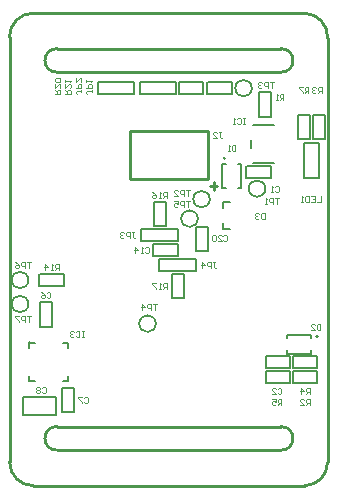
<source format=gbo>
G04*
G04 #@! TF.GenerationSoftware,Altium Limited,Altium Designer,22.3.1 (43)*
G04*
G04 Layer_Color=32896*
%FSLAX25Y25*%
%MOIN*%
G70*
G04*
G04 #@! TF.SameCoordinates,8BB9F333-D91B-4341-8B3B-76DA7BD7A395*
G04*
G04*
G04 #@! TF.FilePolarity,Positive*
G04*
G01*
G75*
%ADD10C,0.00600*%
%ADD11C,0.01000*%
%ADD12C,0.00598*%
%ADD13C,0.00787*%
%ADD15C,0.00472*%
%ADD72C,0.00591*%
%ADD73C,0.00984*%
D10*
X71800Y109175D02*
G03*
X71800Y109175I-300J0D01*
G01*
X6900Y47522D02*
G03*
X6900Y47522I-300J0D01*
G01*
X102800Y49622D02*
G03*
X102800Y49622I-300J0D01*
G01*
X80450Y112448D02*
Y115308D01*
X81000Y107478D02*
X88000D01*
X81000Y120278D02*
X88000D01*
X70850Y99125D02*
X71990D01*
X77150D02*
Y107225D01*
X76010Y99125D02*
X77150D01*
X70850D02*
Y107225D01*
X71990D01*
X76010D02*
X77150D01*
X6600Y34722D02*
X8337D01*
X19400D02*
Y36459D01*
X17663Y47522D02*
X19400D01*
X6600D02*
X8337D01*
X6600Y34722D02*
Y36459D01*
X17663Y34722D02*
X19400D01*
Y45785D02*
Y47522D01*
X6600Y45785D02*
Y47522D01*
X92450Y49132D02*
Y50272D01*
Y43972D02*
X100550D01*
X92450D02*
Y45112D01*
Y50272D02*
X100550D01*
Y49132D02*
Y50272D01*
Y43972D02*
Y45112D01*
D11*
X90551Y137795D02*
G03*
X90551Y145669I0J3937D01*
G01*
X15748D02*
G03*
X15748Y137795I0J-3937D01*
G01*
X90551Y11811D02*
G03*
X90551Y19685I0J3937D01*
G01*
X15748D02*
G03*
X15748Y11811I0J-3937D01*
G01*
X98425Y-0D02*
G03*
X106001Y7739I-82J7658D01*
G01*
Y149308D02*
G03*
X98425Y157480I-7874J298D01*
G01*
X7874D02*
G03*
X0Y149606I0J-7874D01*
G01*
Y7874D02*
G03*
X7874Y0I7874J0D01*
G01*
X66000Y102122D02*
Y118122D01*
X40000Y102122D02*
X66000D01*
X40000D02*
Y118122D01*
X66000D01*
X15748Y137795D02*
X90551D01*
X15748Y145669D02*
X90551D01*
X15748Y11811D02*
X90551D01*
X15748Y19685D02*
X90551D01*
X7874Y-0D02*
X98425D01*
X106001Y7739D02*
Y149308D01*
X7874Y157480D02*
X98425D01*
X0Y7874D02*
Y149606D01*
D12*
X98000Y102700D02*
X103000D01*
X98000D02*
Y114200D01*
X98100Y114300D01*
X103000Y102700D02*
Y114200D01*
X102900Y114300D02*
X103000Y114200D01*
X56500Y134500D02*
X64500D01*
X64574Y130500D02*
Y134500D01*
X56500Y130500D02*
X64500D01*
X56426D02*
Y134500D01*
X66000D02*
X74000D01*
X74074Y130500D02*
Y134500D01*
X66000Y130500D02*
X74000D01*
X65926D02*
Y134500D01*
X58000Y62500D02*
Y70500D01*
X54000Y62426D02*
X58000D01*
X54000Y62500D02*
Y70500D01*
Y70574D02*
X58000D01*
X48000Y86500D02*
Y94500D01*
Y94574D02*
X52000D01*
Y86500D02*
Y94500D01*
X48000Y86426D02*
X52000D01*
X10000Y70500D02*
X18000D01*
X18074Y66500D02*
Y70500D01*
X10000Y66500D02*
X18000D01*
X9926D02*
Y70500D01*
X96000Y115500D02*
Y123500D01*
Y123574D02*
X100000D01*
Y115500D02*
Y123500D01*
X96000Y115426D02*
X100000D01*
X85500Y34122D02*
X93500D01*
X85426D02*
Y38122D01*
X85500D02*
X93500D01*
X93574Y34122D02*
Y38122D01*
X94500Y43122D02*
X102500D01*
X102574Y39122D02*
Y43122D01*
X94500Y39122D02*
X102500D01*
X94426D02*
Y43122D01*
X105000Y115500D02*
Y123500D01*
X101000Y115426D02*
X105000D01*
X101000Y115500D02*
Y123500D01*
Y123574D02*
X105000D01*
X94500Y38122D02*
X102500D01*
X102574Y34122D02*
Y38122D01*
X94500Y34122D02*
X102500D01*
X94426D02*
Y38122D01*
X87000Y123000D02*
Y131000D01*
X83000Y122926D02*
X87000D01*
X83000Y123000D02*
Y131000D01*
Y131074D02*
X87000D01*
X49938Y75500D02*
X62198D01*
Y71500D02*
Y75500D01*
X49938Y71500D02*
X62198D01*
X43938Y85622D02*
X56198D01*
Y81622D02*
Y85622D01*
X43938Y81622D02*
X56198D01*
X43376Y134500D02*
X55635D01*
Y130500D02*
Y134500D01*
X43376Y130500D02*
X55635D01*
X29375Y134500D02*
X41635D01*
Y130500D02*
Y134500D01*
X29375Y130500D02*
X41635D01*
X62000Y78122D02*
Y86196D01*
X66000D01*
X62000Y78048D02*
X66000D01*
Y78122D02*
Y86196D01*
X47926Y76622D02*
X56000D01*
X47926D02*
Y80622D01*
X56074Y76622D02*
Y80622D01*
X47926D02*
X56000D01*
X4500Y23500D02*
X15500D01*
Y29500D01*
X4500D02*
X15500D01*
X4500Y23500D02*
Y29500D01*
X21400Y24426D02*
Y32500D01*
X17400Y24426D02*
X21400D01*
X17400Y32574D02*
X21400D01*
X17400Y24426D02*
Y32500D01*
X10000Y53000D02*
Y61074D01*
X14000D01*
X10000Y52926D02*
X14000D01*
Y53000D02*
Y61074D01*
X85426Y39122D02*
X93500D01*
X85426D02*
Y43122D01*
X93574Y39122D02*
Y43122D01*
X85426D02*
X93500D01*
X79000Y106378D02*
X87074D01*
Y102378D02*
Y106378D01*
X78926Y102378D02*
Y106378D01*
X79000Y102378D02*
X87074D01*
D13*
X98100Y114300D02*
X102900D01*
X49938Y71630D02*
Y75370D01*
X43938Y81752D02*
Y85492D01*
X43376Y130630D02*
Y134370D01*
X29375Y130630D02*
Y134370D01*
X71000Y85460D02*
Y87460D01*
Y85460D02*
X73500D01*
X71000Y92500D02*
Y94500D01*
X73500D01*
D15*
X27484Y131784D02*
Y131128D01*
Y131456D01*
X25844D01*
X25516Y131128D01*
Y130800D01*
X25844Y130472D01*
X25516Y132440D02*
X27484D01*
Y133424D01*
X27156Y133752D01*
X26500D01*
X26172Y133424D01*
Y132440D01*
X25516Y134408D02*
Y135064D01*
Y134736D01*
X27484D01*
X27156Y134408D01*
X23984Y131784D02*
Y131128D01*
Y131456D01*
X22344D01*
X22016Y131128D01*
Y130800D01*
X22344Y130472D01*
X22016Y132440D02*
X23984D01*
Y133424D01*
X23656Y133752D01*
X23000D01*
X22672Y133424D01*
Y132440D01*
X22016Y135720D02*
Y134408D01*
X23328Y135720D01*
X23656D01*
X23984Y135392D01*
Y134736D01*
X23656Y134408D01*
X7124Y56484D02*
X5812D01*
X6468D01*
Y54516D01*
X5156D02*
Y56484D01*
X4172D01*
X3844Y56156D01*
Y55500D01*
X4172Y55172D01*
X5156D01*
X3188Y56484D02*
X1876D01*
Y56156D01*
X3188Y54844D01*
Y54516D01*
X7124Y74484D02*
X5812D01*
X6468D01*
Y72516D01*
X5156D02*
Y74484D01*
X4172D01*
X3844Y74156D01*
Y73500D01*
X4172Y73172D01*
X5156D01*
X1876Y74484D02*
X2532Y74156D01*
X3188Y73500D01*
Y72844D01*
X2860Y72516D01*
X2204D01*
X1876Y72844D01*
Y73172D01*
X2204Y73500D01*
X3188D01*
X88124Y134484D02*
X86812D01*
X87468D01*
Y132516D01*
X86156D02*
Y134484D01*
X85172D01*
X84844Y134156D01*
Y133500D01*
X85172Y133172D01*
X86156D01*
X84188Y134156D02*
X83860Y134484D01*
X83204D01*
X82876Y134156D01*
Y133828D01*
X83204Y133500D01*
X83532D01*
X83204D01*
X82876Y133172D01*
Y132844D01*
X83204Y132516D01*
X83860D01*
X84188Y132844D01*
X60028Y98484D02*
X58716D01*
X59372D01*
Y96516D01*
X58060D02*
Y98484D01*
X57076D01*
X56748Y98156D01*
Y97500D01*
X57076Y97172D01*
X58060D01*
X54780Y96516D02*
X56092D01*
X54780Y97828D01*
Y98156D01*
X55108Y98484D01*
X55764D01*
X56092Y98156D01*
X89796Y95984D02*
X88484D01*
X89140D01*
Y94016D01*
X87828D02*
Y95984D01*
X86844D01*
X86516Y95656D01*
Y95000D01*
X86844Y94672D01*
X87828D01*
X85860Y94016D02*
X85204D01*
X85532D01*
Y95984D01*
X85860Y95656D01*
X60028Y94984D02*
X58716D01*
X59372D01*
Y93016D01*
X58060D02*
Y94984D01*
X57076D01*
X56748Y94656D01*
Y94000D01*
X57076Y93672D01*
X58060D01*
X54780Y94984D02*
X56092D01*
Y94000D01*
X55436Y94328D01*
X55108D01*
X54780Y94000D01*
Y93344D01*
X55108Y93016D01*
X55764D01*
X56092Y93344D01*
X49022Y60484D02*
X47710D01*
X48366D01*
Y58516D01*
X47054D02*
Y60484D01*
X46070D01*
X45742Y60156D01*
Y59500D01*
X46070Y59172D01*
X47054D01*
X44102Y58516D02*
Y60484D01*
X45086Y59500D01*
X43774D01*
X90640Y27016D02*
Y28984D01*
X89656D01*
X89328Y28656D01*
Y28000D01*
X89656Y27672D01*
X90640D01*
X89984D02*
X89328Y27016D01*
X87360Y28984D02*
X88672D01*
Y28000D01*
X88016Y28328D01*
X87688D01*
X87360Y28000D01*
Y27344D01*
X87688Y27016D01*
X88344D01*
X88672Y27344D01*
X100140Y27016D02*
Y28984D01*
X99156D01*
X98828Y28656D01*
Y28000D01*
X99156Y27672D01*
X100140D01*
X99484D02*
X98828Y27016D01*
X96860D02*
X98172D01*
X96860Y28328D01*
Y28656D01*
X97188Y28984D01*
X97844D01*
X98172Y28656D01*
X104140Y131016D02*
Y132984D01*
X103156D01*
X102828Y132656D01*
Y132000D01*
X103156Y131672D01*
X104140D01*
X103484D02*
X102828Y131016D01*
X102172Y132656D02*
X101844Y132984D01*
X101188D01*
X100860Y132656D01*
Y132328D01*
X101188Y132000D01*
X101516D01*
X101188D01*
X100860Y131672D01*
Y131344D01*
X101188Y131016D01*
X101844D01*
X102172Y131344D01*
X18516Y130472D02*
X20484D01*
Y131456D01*
X20156Y131784D01*
X19500D01*
X19172Y131456D01*
Y130472D01*
Y131128D02*
X18516Y131784D01*
Y133752D02*
Y132440D01*
X19828Y133752D01*
X20156D01*
X20484Y133424D01*
Y132768D01*
X20156Y132440D01*
X18516Y134408D02*
Y135064D01*
Y134736D01*
X20484D01*
X20156Y134408D01*
X15016Y130472D02*
X16984D01*
Y131456D01*
X16656Y131784D01*
X16000D01*
X15672Y131456D01*
Y130472D01*
Y131128D02*
X15016Y131784D01*
Y133752D02*
Y132440D01*
X16328Y133752D01*
X16656D01*
X16984Y133424D01*
Y132768D01*
X16656Y132440D01*
Y134408D02*
X16984Y134736D01*
Y135392D01*
X16656Y135720D01*
X15344D01*
X15016Y135392D01*
Y134736D01*
X15344Y134408D01*
X16656D01*
X52460Y65516D02*
Y67484D01*
X51476D01*
X51148Y67156D01*
Y66500D01*
X51476Y66172D01*
X52460D01*
X51804D02*
X51148Y65516D01*
X50492D02*
X49836D01*
X50164D01*
Y67484D01*
X50492Y67156D01*
X48852Y67484D02*
X47540D01*
Y67156D01*
X48852Y65844D01*
Y65516D01*
X52460Y96016D02*
Y97984D01*
X51476D01*
X51148Y97656D01*
Y97000D01*
X51476Y96672D01*
X52460D01*
X51804D02*
X51148Y96016D01*
X50492D02*
X49836D01*
X50164D01*
Y97984D01*
X50492Y97656D01*
X47540Y97984D02*
X48196Y97656D01*
X48852Y97000D01*
Y96344D01*
X48524Y96016D01*
X47868D01*
X47540Y96344D01*
Y96672D01*
X47868Y97000D01*
X48852D01*
X16460Y72016D02*
Y73984D01*
X15476D01*
X15148Y73656D01*
Y73000D01*
X15476Y72672D01*
X16460D01*
X15804D02*
X15148Y72016D01*
X14492D02*
X13836D01*
X14164D01*
Y73984D01*
X14492Y73656D01*
X11868Y72016D02*
Y73984D01*
X12852Y73000D01*
X11540D01*
X99640Y131016D02*
Y132984D01*
X98656D01*
X98328Y132656D01*
Y132000D01*
X98656Y131672D01*
X99640D01*
X98984D02*
X98328Y131016D01*
X97672Y132984D02*
X96360D01*
Y132656D01*
X97672Y131344D01*
Y131016D01*
X100140Y30516D02*
Y32484D01*
X99156D01*
X98828Y32156D01*
Y31500D01*
X99156Y31172D01*
X100140D01*
X99484D02*
X98828Y30516D01*
X97188D02*
Y32484D01*
X98172Y31500D01*
X96860D01*
X91312Y128516D02*
Y130484D01*
X90328D01*
X90000Y130156D01*
Y129500D01*
X90328Y129172D01*
X91312D01*
X90656D02*
X90000Y128516D01*
X89344D02*
X88688D01*
X89016D01*
Y130484D01*
X89344Y130156D01*
X103780Y96484D02*
Y94516D01*
X102468D01*
X100500Y96484D02*
X101812D01*
Y94516D01*
X100500D01*
X101812Y95500D02*
X101156D01*
X99844Y96484D02*
Y94516D01*
X98860D01*
X98532Y94844D01*
Y96156D01*
X98860Y96484D01*
X99844D01*
X97876Y94516D02*
X97220D01*
X97548D01*
Y96484D01*
X97876Y96156D01*
X67812Y74484D02*
X68468D01*
X68140D01*
Y72844D01*
X68468Y72516D01*
X68796D01*
X69124Y72844D01*
X67156Y72516D02*
Y74484D01*
X66172D01*
X65844Y74156D01*
Y73500D01*
X66172Y73172D01*
X67156D01*
X64204Y72516D02*
Y74484D01*
X65188Y73500D01*
X63876D01*
X40812Y84484D02*
X41468D01*
X41140D01*
Y82844D01*
X41468Y82516D01*
X41796D01*
X42124Y82844D01*
X40156Y82516D02*
Y84484D01*
X39172D01*
X38844Y84156D01*
Y83500D01*
X39172Y83172D01*
X40156D01*
X38188Y84156D02*
X37860Y84484D01*
X37204D01*
X36876Y84156D01*
Y83828D01*
X37204Y83500D01*
X37532D01*
X37204D01*
X36876Y83172D01*
Y82844D01*
X37204Y82516D01*
X37860D01*
X38188Y82844D01*
X69828Y117984D02*
X70484D01*
X70156D01*
Y116344D01*
X70484Y116016D01*
X70812D01*
X71140Y116344D01*
X67860Y116016D02*
X69172D01*
X67860Y117328D01*
Y117656D01*
X68188Y117984D01*
X68844D01*
X69172Y117656D01*
X24960Y51484D02*
X24304D01*
X24632D01*
Y49516D01*
X24960D01*
X24304D01*
X22008Y51156D02*
X22336Y51484D01*
X22992D01*
X23320Y51156D01*
Y49844D01*
X22992Y49516D01*
X22336D01*
X22008Y49844D01*
X21352Y51156D02*
X21024Y51484D01*
X20368D01*
X20040Y51156D01*
Y50828D01*
X20368Y50500D01*
X20696D01*
X20368D01*
X20040Y50172D01*
Y49844D01*
X20368Y49516D01*
X21024D01*
X21352Y49844D01*
X78632Y122484D02*
X77976D01*
X78304D01*
Y120516D01*
X78632D01*
X77976D01*
X75680Y122156D02*
X76008Y122484D01*
X76664D01*
X76992Y122156D01*
Y120844D01*
X76664Y120516D01*
X76008D01*
X75680Y120844D01*
X75024Y120516D02*
X74368D01*
X74696D01*
Y122484D01*
X75024Y122156D01*
X85140Y90984D02*
Y89016D01*
X84156D01*
X83828Y89344D01*
Y90656D01*
X84156Y90984D01*
X85140D01*
X83172Y90656D02*
X82844Y90984D01*
X82188D01*
X81860Y90656D01*
Y90328D01*
X82188Y90000D01*
X82516D01*
X82188D01*
X81860Y89672D01*
Y89344D01*
X82188Y89016D01*
X82844D01*
X83172Y89344D01*
X103640Y53984D02*
Y52016D01*
X102656D01*
X102328Y52344D01*
Y53656D01*
X102656Y53984D01*
X103640D01*
X100360Y52016D02*
X101672D01*
X100360Y53328D01*
Y53656D01*
X100688Y53984D01*
X101344D01*
X101672Y53656D01*
X75312Y113484D02*
Y111516D01*
X74328D01*
X74000Y111844D01*
Y113156D01*
X74328Y113484D01*
X75312D01*
X73344Y111516D02*
X72688D01*
X73016D01*
Y113484D01*
X73344Y113156D01*
X12328Y64156D02*
X12656Y64484D01*
X13312D01*
X13640Y64156D01*
Y62844D01*
X13312Y62516D01*
X12656D01*
X12328Y62844D01*
X10360Y64484D02*
X11016Y64156D01*
X11672Y63500D01*
Y62844D01*
X11344Y62516D01*
X10688D01*
X10360Y62844D01*
Y63172D01*
X10688Y63500D01*
X11672D01*
X45148Y79156D02*
X45476Y79484D01*
X46132D01*
X46460Y79156D01*
Y77844D01*
X46132Y77516D01*
X45476D01*
X45148Y77844D01*
X44492Y77516D02*
X43836D01*
X44164D01*
Y79484D01*
X44492Y79156D01*
X41868Y77516D02*
Y79484D01*
X42852Y78500D01*
X41540D01*
X71312Y83156D02*
X71640Y83484D01*
X72296D01*
X72624Y83156D01*
Y81844D01*
X72296Y81516D01*
X71640D01*
X71312Y81844D01*
X69344Y81516D02*
X70656D01*
X69344Y82828D01*
Y83156D01*
X69672Y83484D01*
X70328D01*
X70656Y83156D01*
X68688D02*
X68360Y83484D01*
X67704D01*
X67376Y83156D01*
Y81844D01*
X67704Y81516D01*
X68360D01*
X68688Y81844D01*
Y83156D01*
X10828Y32656D02*
X11156Y32984D01*
X11812D01*
X12140Y32656D01*
Y31344D01*
X11812Y31016D01*
X11156D01*
X10828Y31344D01*
X10172Y32656D02*
X9844Y32984D01*
X9188D01*
X8860Y32656D01*
Y32328D01*
X9188Y32000D01*
X8860Y31672D01*
Y31344D01*
X9188Y31016D01*
X9844D01*
X10172Y31344D01*
Y31672D01*
X9844Y32000D01*
X10172Y32328D01*
Y32656D01*
X9844Y32000D02*
X9188D01*
X24828Y29156D02*
X25156Y29484D01*
X25812D01*
X26140Y29156D01*
Y27844D01*
X25812Y27516D01*
X25156D01*
X24828Y27844D01*
X24172Y29484D02*
X22860D01*
Y29156D01*
X24172Y27844D01*
Y27516D01*
X89328Y32156D02*
X89656Y32484D01*
X90312D01*
X90640Y32156D01*
Y30844D01*
X90312Y30516D01*
X89656D01*
X89328Y30844D01*
X87360Y30516D02*
X88672D01*
X87360Y31828D01*
Y32156D01*
X87688Y32484D01*
X88344D01*
X88672Y32156D01*
X88500Y99656D02*
X88828Y99984D01*
X89484D01*
X89812Y99656D01*
Y98344D01*
X89484Y98016D01*
X88828D01*
X88500Y98344D01*
X87844Y98016D02*
X87188D01*
X87516D01*
Y99984D01*
X87844Y99656D01*
D72*
X85256Y99000D02*
G03*
X85256Y99000I-2756J0D01*
G01*
X6256Y60500D02*
G03*
X6256Y60500I-2756J0D01*
G01*
Y68500D02*
G03*
X6256Y68500I-2756J0D01*
G01*
X62756Y89000D02*
G03*
X62756Y89000I-2756J0D01*
G01*
X48756Y54000D02*
G03*
X48756Y54000I-2756J0D01*
G01*
X80756Y132500D02*
G03*
X80756Y132500I-2756J0D01*
G01*
X66756Y95500D02*
G03*
X66756Y95500I-2756J0D01*
G01*
D73*
X66686Y100014D02*
X69310D01*
X67998Y101326D02*
Y98702D01*
M02*

</source>
